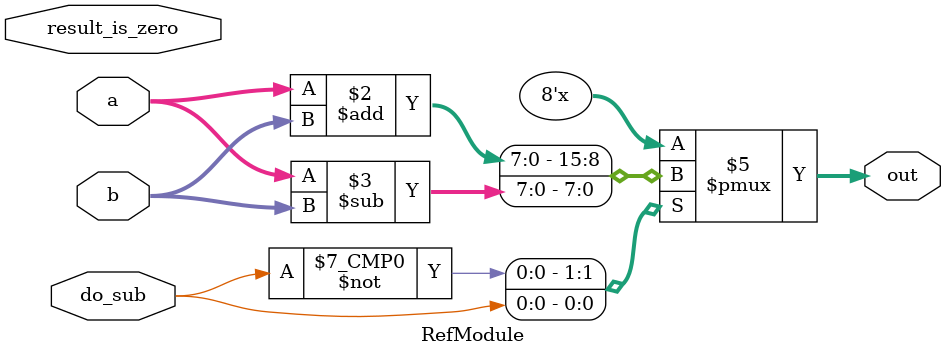
<source format=sv>

module RefModule (
  input do_sub,
  input [7:0] a,
  input [7:0] b,
  output reg [7:0] out,
  input reg result_is_zero
);

  always @(*) begin
    case (do_sub)
      0: out = a + b;
      1: out = a - b;
    endcase
    result_is_zero = (out == 0);
  end

endmodule


</source>
